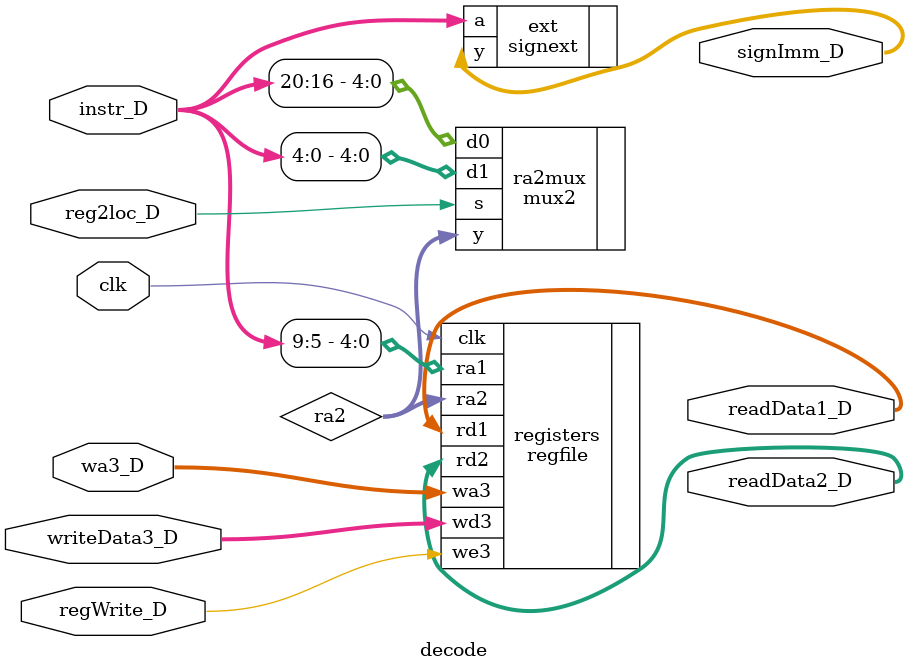
<source format=sv>

module decode #(
    parameter N = 64
) (
    input logic regWrite_D,
    reg2loc_D,
    clk,
    input logic [N-1:0] writeData3_D,
    input logic [31:0] instr_D,
    output logic [N-1:0] signImm_D,
    readData1_D,
    readData2_D,
    input logic [4:0] wa3_D
);  // Eliminar para single cycle processor

  logic [4:0] ra2;

  mux2 #(5) ra2mux (
      .d0(instr_D[20:16]),
      .d1(instr_D[4:0]),
      .s (reg2loc_D),
      .y (ra2)
  );

  regfile registers (
      .clk(clk),
      .we3(regWrite_D),
      .ra1(instr_D[9:5]),
      .ra2(ra2),
      .wa3(wa3_D),
      .wd3(writeData3_D),
      .rd1(readData1_D),
      .rd2(readData2_D)
  );

  // En single cycle processor:						
  //regfile registers (.clk(clk), .we3(regWrite_D), .ra1(instr_D[9:5]), .ra2(ra2), .wa3(instr_D[4:0]), 
  //							 .wd3(writeData3_D), .rd1(readData1_D), .rd2(readData2_D));


  signext ext (
      .a(instr_D),
      .y(signImm_D)
  );

endmodule

</source>
